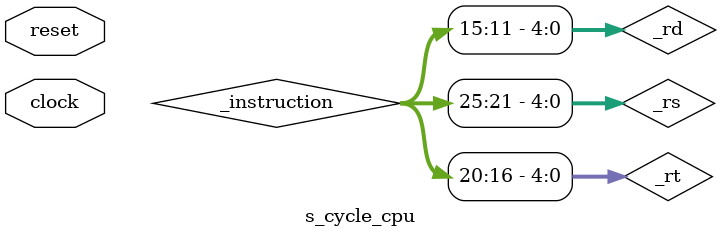
<source format=v>
/*
利用实现的各个基本模块，实现一个能执行addu指令的单周期CPU。
顶层模块定义如下：
module s_cycle_cpu(clock,reset);

//输入

input clock;

input reset;
*/
module s_cycle_cpu(clock,reset);
    input clock;
    input reset;

    wire [31:0] _pc;
    wire [31:0] _npc;
    wire [31:0] _instruction;
    wire [31:0] _a;
    wire [31:0] _b;
    wire [31:0] _data_write;
    wire [4:0] _rs;
    wire [4:0] _rt;
    wire [4:0] _rd;
    wire _reg_write;

    // get PC then PC+4
    pc PC ( .pc(_pc),
            .npc(_npc),
            .clock(clock),
            .reset(reset)
          );
    assign _npc = _pc + 32'h00000004;
    
    // use pc to get instruction
    im IM ( .instruction(_instruction),
            .pc(_pc)
          );
    
    // decode and get source and target rigister
    assign _rs = _instruction[25:21];
    assign _rt = _instruction[20:16];
    assign _rd = _instruction[15:11];

    // decode and write back
    gpr GPR (.a(_a),
             .b(_b),
             .rs(_rs),
             .rt(_rt),
             .num_write(_rd),
             .data_write(_data_write),
             .reg_write(1'h1),
             .clock(clock)
            );
    // get result
    alu ALU (.c(_data_write),
             .a(_a),
             .b(_b)
            );
endmodule
</source>
